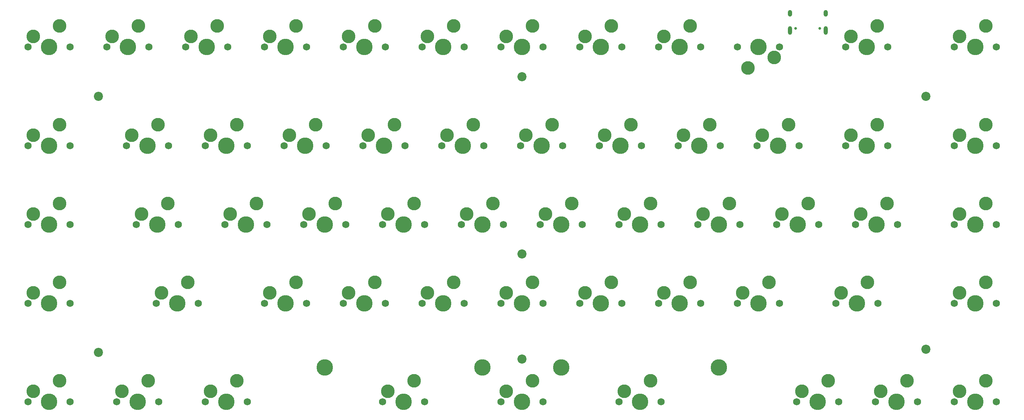
<source format=gbr>
%TF.GenerationSoftware,KiCad,Pcbnew,8.0.3*%
%TF.CreationDate,2024-09-04T21:39:37+02:00*%
%TF.ProjectId,alqaztraz,616c7161-7a74-4726-917a-2e6b69636164,rev?*%
%TF.SameCoordinates,Original*%
%TF.FileFunction,Soldermask,Top*%
%TF.FilePolarity,Negative*%
%FSLAX46Y46*%
G04 Gerber Fmt 4.6, Leading zero omitted, Abs format (unit mm)*
G04 Created by KiCad (PCBNEW 8.0.3) date 2024-09-04 21:39:37*
%MOMM*%
%LPD*%
G01*
G04 APERTURE LIST*
%ADD10C,2.200000*%
%ADD11C,3.987800*%
%ADD12C,1.750000*%
%ADD13C,3.300000*%
%ADD14C,0.650000*%
%ADD15O,1.000000X1.600000*%
%ADD16O,1.000000X2.100000*%
G04 APERTURE END LIST*
D10*
%TO.C,H2*%
X253206250Y-45243750D03*
%TD*%
%TO.C,H3*%
X53181250Y-107156250D03*
%TD*%
D11*
%TO.C,S2*%
X203200000Y-110807500D03*
X165100000Y-110807500D03*
%TD*%
%TO.C,S1*%
X146050000Y-110807500D03*
X107950000Y-110807500D03*
%TD*%
D10*
%TO.C,H5*%
X155575000Y-83343750D03*
%TD*%
%TO.C,H1*%
X53181250Y-45243750D03*
%TD*%
%TO.C,H7*%
X155575000Y-108743750D03*
%TD*%
%TO.C,H4*%
X253206250Y-106362500D03*
%TD*%
%TO.C,H6*%
X155575000Y-40481250D03*
%TD*%
D12*
%TO.C,MX54*%
X251142500Y-119062500D03*
D11*
X246062500Y-119062500D03*
D12*
X240982500Y-119062500D03*
D13*
X242252500Y-116522500D03*
X248602500Y-113982500D03*
%TD*%
D12*
%TO.C,MX27*%
X93980000Y-76200000D03*
D11*
X88900000Y-76200000D03*
D12*
X83820000Y-76200000D03*
D13*
X85090000Y-73660000D03*
X91440000Y-71120000D03*
%TD*%
D12*
%TO.C,MX18*%
X146367500Y-57150000D03*
D11*
X141287500Y-57150000D03*
D12*
X136207500Y-57150000D03*
D13*
X137477500Y-54610000D03*
X143827500Y-52070000D03*
%TD*%
D12*
%TO.C,MX20*%
X184467500Y-57150000D03*
D11*
X179387500Y-57150000D03*
D12*
X174307500Y-57150000D03*
D13*
X175577500Y-54610000D03*
X181927500Y-52070000D03*
%TD*%
D12*
%TO.C,MX51*%
X132080000Y-119062500D03*
D11*
X127000000Y-119062500D03*
D12*
X121920000Y-119062500D03*
D13*
X123190000Y-116522500D03*
X129540000Y-113982500D03*
%TD*%
D12*
%TO.C,MX24*%
X270192500Y-57150000D03*
D11*
X265112500Y-57150000D03*
D12*
X260032500Y-57150000D03*
D13*
X261302500Y-54610000D03*
X267652500Y-52070000D03*
%TD*%
D12*
%TO.C,MX7*%
X160655000Y-33337500D03*
D11*
X155575000Y-33337500D03*
D12*
X150495000Y-33337500D03*
D13*
X151765000Y-30797500D03*
X158115000Y-28257500D03*
%TD*%
D12*
%TO.C,MX46*%
X241617500Y-95250000D03*
D11*
X236537500Y-95250000D03*
D12*
X231457500Y-95250000D03*
D13*
X232727500Y-92710000D03*
X239077500Y-90170000D03*
%TD*%
D12*
%TO.C,MX29*%
X132080000Y-76200000D03*
D11*
X127000000Y-76200000D03*
D12*
X121920000Y-76200000D03*
D13*
X123190000Y-73660000D03*
X129540000Y-71120000D03*
%TD*%
D12*
%TO.C,MX38*%
X77311250Y-95250000D03*
D11*
X72231250Y-95250000D03*
D12*
X67151250Y-95250000D03*
D13*
X68421250Y-92710000D03*
X74771250Y-90170000D03*
%TD*%
D12*
%TO.C,MX40*%
X122555000Y-95250000D03*
D11*
X117475000Y-95250000D03*
D12*
X112395000Y-95250000D03*
D13*
X113665000Y-92710000D03*
X120015000Y-90170000D03*
%TD*%
D12*
%TO.C,MX45*%
X217805000Y-95250000D03*
D11*
X212725000Y-95250000D03*
D12*
X207645000Y-95250000D03*
D13*
X208915000Y-92710000D03*
X215265000Y-90170000D03*
%TD*%
D12*
%TO.C,MX3*%
X84455000Y-33337500D03*
D11*
X79375000Y-33337500D03*
D12*
X74295000Y-33337500D03*
D13*
X75565000Y-30797500D03*
X81915000Y-28257500D03*
%TD*%
D12*
%TO.C,MX15*%
X89217500Y-57150000D03*
D11*
X84137500Y-57150000D03*
D12*
X79057500Y-57150000D03*
D13*
X80327500Y-54610000D03*
X86677500Y-52070000D03*
%TD*%
D12*
%TO.C,MX33*%
X208280000Y-76200000D03*
D11*
X203200000Y-76200000D03*
D12*
X198120000Y-76200000D03*
D13*
X199390000Y-73660000D03*
X205740000Y-71120000D03*
%TD*%
D12*
%TO.C,MX23*%
X243998750Y-57150000D03*
D11*
X238918750Y-57150000D03*
D12*
X233838750Y-57150000D03*
D13*
X235108750Y-54610000D03*
X241458750Y-52070000D03*
%TD*%
D12*
%TO.C,MX48*%
X46355000Y-119062500D03*
D11*
X41275000Y-119062500D03*
D12*
X36195000Y-119062500D03*
D13*
X37465000Y-116522500D03*
X43815000Y-113982500D03*
%TD*%
D12*
%TO.C,MX31*%
X170180000Y-76200000D03*
D11*
X165100000Y-76200000D03*
D12*
X160020000Y-76200000D03*
D13*
X161290000Y-73660000D03*
X167640000Y-71120000D03*
%TD*%
D12*
%TO.C,MX52*%
X189230000Y-119062500D03*
D11*
X184150000Y-119062500D03*
D12*
X179070000Y-119062500D03*
D13*
X180340000Y-116522500D03*
X186690000Y-113982500D03*
%TD*%
D12*
%TO.C,MX37*%
X46355000Y-95250000D03*
D11*
X41275000Y-95250000D03*
D12*
X36195000Y-95250000D03*
D13*
X37465000Y-92710000D03*
X43815000Y-90170000D03*
%TD*%
D12*
%TO.C,MX56*%
X160655000Y-119062500D03*
D11*
X155575000Y-119062500D03*
D12*
X150495000Y-119062500D03*
D13*
X151765000Y-116522500D03*
X158115000Y-113982500D03*
%TD*%
D12*
%TO.C,MX9*%
X198755000Y-33337500D03*
D11*
X193675000Y-33337500D03*
D12*
X188595000Y-33337500D03*
D13*
X189865000Y-30797500D03*
X196215000Y-28257500D03*
%TD*%
D12*
%TO.C,MX30*%
X151130000Y-76200000D03*
D11*
X146050000Y-76200000D03*
D12*
X140970000Y-76200000D03*
D13*
X142240000Y-73660000D03*
X148590000Y-71120000D03*
%TD*%
D12*
%TO.C,MX5*%
X122555000Y-33337500D03*
D11*
X117475000Y-33337500D03*
D12*
X112395000Y-33337500D03*
D13*
X113665000Y-30797500D03*
X120015000Y-28257500D03*
%TD*%
D12*
%TO.C,MX12*%
X270192500Y-33337500D03*
D11*
X265112500Y-33337500D03*
D12*
X260032500Y-33337500D03*
D13*
X261302500Y-30797500D03*
X267652500Y-28257500D03*
%TD*%
D12*
%TO.C,MX39*%
X103505000Y-95250000D03*
D11*
X98425000Y-95250000D03*
D12*
X93345000Y-95250000D03*
D13*
X94615000Y-92710000D03*
X100965000Y-90170000D03*
%TD*%
D12*
%TO.C,MX6*%
X141605000Y-33337500D03*
D11*
X136525000Y-33337500D03*
D12*
X131445000Y-33337500D03*
D13*
X132715000Y-30797500D03*
X139065000Y-28257500D03*
%TD*%
D12*
%TO.C,MX49*%
X67786250Y-119062500D03*
D11*
X62706250Y-119062500D03*
D12*
X57626250Y-119062500D03*
D13*
X58896250Y-116522500D03*
X65246250Y-113982500D03*
%TD*%
D12*
%TO.C,MX44*%
X198755000Y-95250000D03*
D11*
X193675000Y-95250000D03*
D12*
X188595000Y-95250000D03*
D13*
X189865000Y-92710000D03*
X196215000Y-90170000D03*
%TD*%
D12*
%TO.C,MX36*%
X270192500Y-76200000D03*
D11*
X265112500Y-76200000D03*
D12*
X260032500Y-76200000D03*
D13*
X261302500Y-73660000D03*
X267652500Y-71120000D03*
%TD*%
D12*
%TO.C,MX43*%
X179705000Y-95250000D03*
D11*
X174625000Y-95250000D03*
D12*
X169545000Y-95250000D03*
D13*
X170815000Y-92710000D03*
X177165000Y-90170000D03*
%TD*%
D12*
%TO.C,MX21*%
X203517500Y-57150000D03*
D11*
X198437500Y-57150000D03*
D12*
X193357500Y-57150000D03*
D13*
X194627500Y-54610000D03*
X200977500Y-52070000D03*
%TD*%
D12*
%TO.C,MX13*%
X46355000Y-57150000D03*
D11*
X41275000Y-57150000D03*
D12*
X36195000Y-57150000D03*
D13*
X37465000Y-54610000D03*
X43815000Y-52070000D03*
%TD*%
D12*
%TO.C,MX28*%
X113030000Y-76200000D03*
D11*
X107950000Y-76200000D03*
D12*
X102870000Y-76200000D03*
D13*
X104140000Y-73660000D03*
X110490000Y-71120000D03*
%TD*%
D12*
%TO.C,MX42*%
X160655000Y-95250000D03*
D11*
X155575000Y-95250000D03*
D12*
X150495000Y-95250000D03*
D13*
X151765000Y-92710000D03*
X158115000Y-90170000D03*
%TD*%
D12*
%TO.C,MX34*%
X227330000Y-76200000D03*
D11*
X222250000Y-76200000D03*
D12*
X217170000Y-76200000D03*
D13*
X218440000Y-73660000D03*
X224790000Y-71120000D03*
%TD*%
D12*
%TO.C,MX53*%
X232092500Y-119062500D03*
D11*
X227012500Y-119062500D03*
D12*
X221932500Y-119062500D03*
D13*
X223202500Y-116522500D03*
X229552500Y-113982500D03*
%TD*%
D14*
%TO.C,J1*%
X221741250Y-28793750D03*
X227521250Y-28793750D03*
D15*
X220311250Y-25143750D03*
D16*
X220311250Y-29323750D03*
D15*
X228951250Y-25143750D03*
D16*
X228951250Y-29323750D03*
%TD*%
D12*
%TO.C,MX47*%
X270192500Y-95250000D03*
D11*
X265112500Y-95250000D03*
D12*
X260032500Y-95250000D03*
D13*
X261302500Y-92710000D03*
X267652500Y-90170000D03*
%TD*%
D12*
%TO.C,MX32*%
X189230000Y-76200000D03*
D11*
X184150000Y-76200000D03*
D12*
X179070000Y-76200000D03*
D13*
X180340000Y-73660000D03*
X186690000Y-71120000D03*
%TD*%
D12*
%TO.C,MX25*%
X46355000Y-76200000D03*
D11*
X41275000Y-76200000D03*
D12*
X36195000Y-76200000D03*
D13*
X37465000Y-73660000D03*
X43815000Y-71120000D03*
%TD*%
D12*
%TO.C,MX26*%
X72548750Y-76200000D03*
D11*
X67468750Y-76200000D03*
D12*
X62388750Y-76200000D03*
D13*
X63658750Y-73660000D03*
X70008750Y-71120000D03*
%TD*%
D12*
%TO.C,MX10*%
X207645000Y-33337500D03*
D11*
X212725000Y-33337500D03*
D12*
X217805000Y-33337500D03*
D13*
X216535000Y-35877500D03*
X210185000Y-38417500D03*
%TD*%
D12*
%TO.C,MX14*%
X70167500Y-57150000D03*
D11*
X65087500Y-57150000D03*
D12*
X60007500Y-57150000D03*
D13*
X61277500Y-54610000D03*
X67627500Y-52070000D03*
%TD*%
D12*
%TO.C,MX1*%
X46355000Y-33337500D03*
D11*
X41275000Y-33337500D03*
D12*
X36195000Y-33337500D03*
D13*
X37465000Y-30797500D03*
X43815000Y-28257500D03*
%TD*%
D12*
%TO.C,MX4*%
X103505000Y-33337500D03*
D11*
X98425000Y-33337500D03*
D12*
X93345000Y-33337500D03*
D13*
X94615000Y-30797500D03*
X100965000Y-28257500D03*
%TD*%
D12*
%TO.C,MX2*%
X65405000Y-33337500D03*
D11*
X60325000Y-33337500D03*
D12*
X55245000Y-33337500D03*
D13*
X56515000Y-30797500D03*
X62865000Y-28257500D03*
%TD*%
D12*
%TO.C,MX41*%
X141605000Y-95250000D03*
D11*
X136525000Y-95250000D03*
D12*
X131445000Y-95250000D03*
D13*
X132715000Y-92710000D03*
X139065000Y-90170000D03*
%TD*%
D12*
%TO.C,MX11*%
X243998750Y-33337500D03*
D11*
X238918750Y-33337500D03*
D12*
X233838750Y-33337500D03*
D13*
X235108750Y-30797500D03*
X241458750Y-28257500D03*
%TD*%
D12*
%TO.C,MX35*%
X246380000Y-76200000D03*
D11*
X241300000Y-76200000D03*
D12*
X236220000Y-76200000D03*
D13*
X237490000Y-73660000D03*
X243840000Y-71120000D03*
%TD*%
D12*
%TO.C,MX50*%
X89217500Y-119062500D03*
D11*
X84137500Y-119062500D03*
D12*
X79057500Y-119062500D03*
D13*
X80327500Y-116522500D03*
X86677500Y-113982500D03*
%TD*%
D12*
%TO.C,MX17*%
X127317500Y-57150000D03*
D11*
X122237500Y-57150000D03*
D12*
X117157500Y-57150000D03*
D13*
X118427500Y-54610000D03*
X124777500Y-52070000D03*
%TD*%
D12*
%TO.C,MX22*%
X222567500Y-57150000D03*
D11*
X217487500Y-57150000D03*
D12*
X212407500Y-57150000D03*
D13*
X213677500Y-54610000D03*
X220027500Y-52070000D03*
%TD*%
D12*
%TO.C,MX16*%
X108267500Y-57150000D03*
D11*
X103187500Y-57150000D03*
D12*
X98107500Y-57150000D03*
D13*
X99377500Y-54610000D03*
X105727500Y-52070000D03*
%TD*%
D12*
%TO.C,MX8*%
X179705000Y-33337500D03*
D11*
X174625000Y-33337500D03*
D12*
X169545000Y-33337500D03*
D13*
X170815000Y-30797500D03*
X177165000Y-28257500D03*
%TD*%
D12*
%TO.C,MX55*%
X270192500Y-119062500D03*
D11*
X265112500Y-119062500D03*
D12*
X260032500Y-119062500D03*
D13*
X261302500Y-116522500D03*
X267652500Y-113982500D03*
%TD*%
D12*
%TO.C,MX19*%
X165417500Y-57150000D03*
D11*
X160337500Y-57150000D03*
D12*
X155257500Y-57150000D03*
D13*
X156527500Y-54610000D03*
X162877500Y-52070000D03*
%TD*%
M02*

</source>
